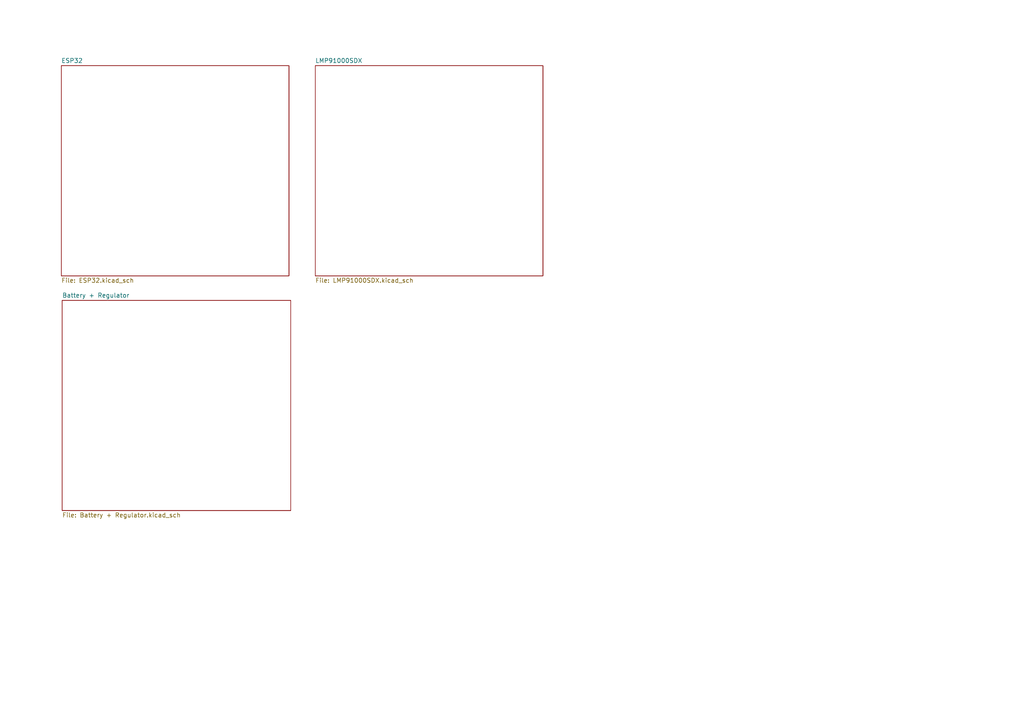
<source format=kicad_sch>
(kicad_sch
	(version 20250114)
	(generator "eeschema")
	(generator_version "9.0")
	(uuid "be108998-ac86-4f7d-931a-841db1905f2a")
	(paper "A4")
	(lib_symbols)
	(sheet
		(at 17.78 19.05)
		(size 66.04 60.96)
		(exclude_from_sim no)
		(in_bom yes)
		(on_board yes)
		(dnp no)
		(fields_autoplaced yes)
		(stroke
			(width 0.1524)
			(type solid)
		)
		(fill
			(color 0 0 0 0.0000)
		)
		(uuid "0ffaa295-7f3b-4787-9ecf-8f018fcb4c6f")
		(property "Sheetname" "ESP32"
			(at 17.78 18.3384 0)
			(effects
				(font
					(size 1.27 1.27)
				)
				(justify left bottom)
			)
		)
		(property "Sheetfile" "ESP32.kicad_sch"
			(at 17.78 80.5946 0)
			(effects
				(font
					(size 1.27 1.27)
				)
				(justify left top)
			)
		)
		(instances
			(project "Potentiostat"
				(path "/be108998-ac86-4f7d-931a-841db1905f2a"
					(page "2")
				)
			)
		)
	)
	(sheet
		(at 91.44 19.05)
		(size 66.04 60.96)
		(exclude_from_sim no)
		(in_bom yes)
		(on_board yes)
		(dnp no)
		(fields_autoplaced yes)
		(stroke
			(width 0.1524)
			(type solid)
		)
		(fill
			(color 0 0 0 0.0000)
		)
		(uuid "62dba8b7-8e77-43af-b2ef-391554dc76c9")
		(property "Sheetname" "LMP91000SDX"
			(at 91.44 18.3384 0)
			(effects
				(font
					(size 1.27 1.27)
				)
				(justify left bottom)
			)
		)
		(property "Sheetfile" "LMP91000SDX.kicad_sch"
			(at 91.44 80.5946 0)
			(effects
				(font
					(size 1.27 1.27)
				)
				(justify left top)
			)
		)
		(instances
			(project "Potentiostat"
				(path "/be108998-ac86-4f7d-931a-841db1905f2a"
					(page "3")
				)
			)
		)
	)
	(sheet
		(at 18.034 87.122)
		(size 66.294 60.96)
		(exclude_from_sim no)
		(in_bom yes)
		(on_board yes)
		(dnp no)
		(fields_autoplaced yes)
		(stroke
			(width 0.1524)
			(type solid)
		)
		(fill
			(color 0 0 0 0.0000)
		)
		(uuid "8ef11fa8-e4e8-447a-8611-1bb7a5b8f483")
		(property "Sheetname" "Battery + Regulator"
			(at 18.034 86.4104 0)
			(effects
				(font
					(size 1.27 1.27)
				)
				(justify left bottom)
			)
		)
		(property "Sheetfile" "Battery + Regulator.kicad_sch"
			(at 18.034 148.6666 0)
			(effects
				(font
					(size 1.27 1.27)
				)
				(justify left top)
			)
		)
		(instances
			(project "Potentiostat"
				(path "/be108998-ac86-4f7d-931a-841db1905f2a"
					(page "4")
				)
			)
		)
	)
	(sheet_instances
		(path "/"
			(page "1")
		)
	)
	(embedded_fonts no)
)

</source>
